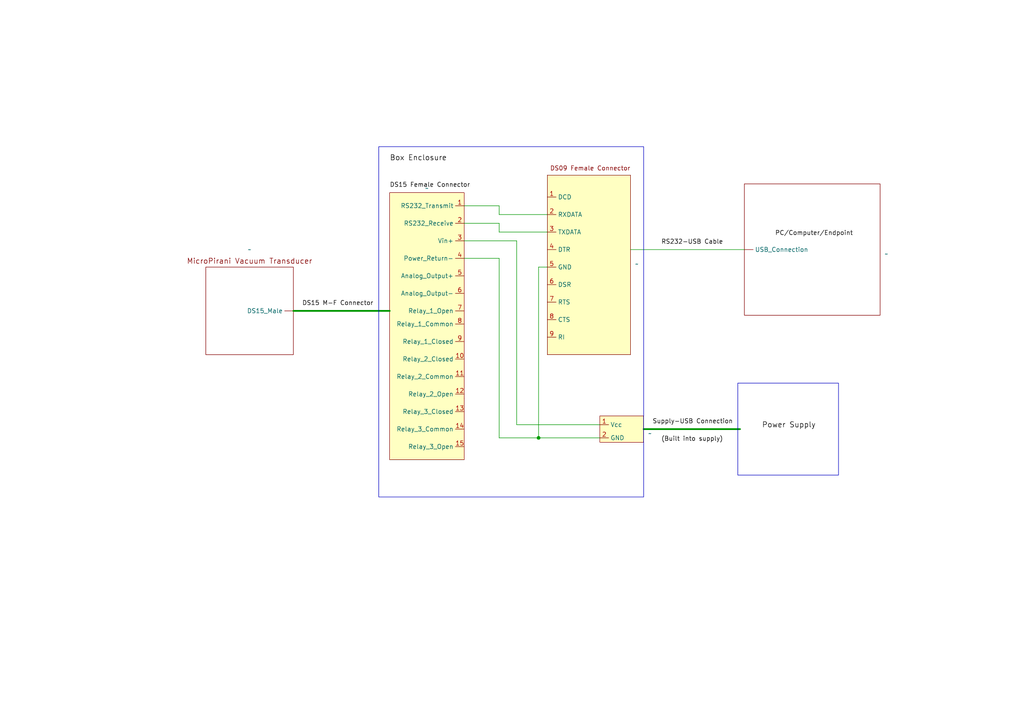
<source format=kicad_sch>
(kicad_sch
	(version 20231120)
	(generator "eeschema")
	(generator_version "8.0")
	(uuid "b4aa65da-b109-45c5-9ef4-bac5301e83a8")
	(paper "A4")
	(title_block
		(title "Pressure Gauge Connections")
		(date "2025-02-04")
		(rev "1.0")
		(company "Ella Majkic")
	)
	(lib_symbols
		(symbol "Gauge_System:DS09_Female_Connector"
			(exclude_from_sim no)
			(in_bom yes)
			(on_board yes)
			(property "Reference" "U"
				(at 0 0 0)
				(effects
					(font
						(size 1.27 1.27)
					)
				)
			)
			(property "Value" ""
				(at 0 0 0)
				(effects
					(font
						(size 1.27 1.27)
					)
				)
			)
			(property "Footprint" ""
				(at 0 0 0)
				(effects
					(font
						(size 1.27 1.27)
					)
					(hide yes)
				)
			)
			(property "Datasheet" ""
				(at 0 0 0)
				(effects
					(font
						(size 1.27 1.27)
					)
					(hide yes)
				)
			)
			(property "Description" ""
				(at 0 0 0)
				(effects
					(font
						(size 1.27 1.27)
					)
					(hide yes)
				)
			)
			(symbol "DS09_Female_Connector_1_1"
				(rectangle
					(start -12.7 25.4)
					(end 11.43 -26.67)
					(stroke
						(width 0)
						(type default)
					)
					(fill
						(type background)
					)
				)
				(text "DS09 Female Connector\n"
					(at -0.254 27.432 0)
					(effects
						(font
							(size 1.27 1.27)
						)
					)
				)
				(pin input line
					(at -12.7 19.05 0)
					(length 2.54)
					(name "DCD"
						(effects
							(font
								(size 1.27 1.27)
							)
						)
					)
					(number "1"
						(effects
							(font
								(size 1.27 1.27)
							)
						)
					)
				)
				(pin input line
					(at -12.7 13.97 0)
					(length 2.54)
					(name "RXDATA"
						(effects
							(font
								(size 1.27 1.27)
							)
						)
					)
					(number "2"
						(effects
							(font
								(size 1.27 1.27)
							)
						)
					)
				)
				(pin output line
					(at -12.7 8.89 0)
					(length 2.54)
					(name "TXDATA"
						(effects
							(font
								(size 1.27 1.27)
							)
						)
					)
					(number "3"
						(effects
							(font
								(size 1.27 1.27)
							)
						)
					)
				)
				(pin output line
					(at -12.7 3.81 0)
					(length 2.54)
					(name "DTR"
						(effects
							(font
								(size 1.27 1.27)
							)
						)
					)
					(number "4"
						(effects
							(font
								(size 1.27 1.27)
							)
						)
					)
				)
				(pin passive line
					(at -12.7 -1.27 0)
					(length 2.54)
					(name "GND"
						(effects
							(font
								(size 1.27 1.27)
							)
						)
					)
					(number "5"
						(effects
							(font
								(size 1.27 1.27)
							)
						)
					)
				)
				(pin input line
					(at -12.7 -6.35 0)
					(length 2.54)
					(name "DSR"
						(effects
							(font
								(size 1.27 1.27)
							)
						)
					)
					(number "6"
						(effects
							(font
								(size 1.27 1.27)
							)
						)
					)
				)
				(pin output line
					(at -12.7 -11.43 0)
					(length 2.54)
					(name "RTS"
						(effects
							(font
								(size 1.27 1.27)
							)
						)
					)
					(number "7"
						(effects
							(font
								(size 1.27 1.27)
							)
						)
					)
				)
				(pin input line
					(at -12.7 -16.51 0)
					(length 2.54)
					(name "CTS"
						(effects
							(font
								(size 1.27 1.27)
							)
						)
					)
					(number "8"
						(effects
							(font
								(size 1.27 1.27)
							)
						)
					)
				)
				(pin input line
					(at -12.7 -21.59 0)
					(length 2.54)
					(name "RI"
						(effects
							(font
								(size 1.27 1.27)
							)
						)
					)
					(number "9"
						(effects
							(font
								(size 1.27 1.27)
							)
						)
					)
				)
			)
		)
		(symbol "Gauge_System:DS15_Female_Connector"
			(exclude_from_sim no)
			(in_bom yes)
			(on_board yes)
			(property "Reference" "DS15"
				(at 2.286 33.02 0)
				(effects
					(font
						(size 1.27 1.27)
					)
				)
			)
			(property "Value" ""
				(at 0 0 0)
				(effects
					(font
						(size 1.27 1.27)
					)
				)
			)
			(property "Footprint" ""
				(at 0 0 0)
				(effects
					(font
						(size 1.27 1.27)
					)
					(hide yes)
				)
			)
			(property "Datasheet" ""
				(at 0 0 0)
				(effects
					(font
						(size 1.27 1.27)
					)
					(hide yes)
				)
			)
			(property "Description" ""
				(at 0 0 0)
				(effects
					(font
						(size 1.27 1.27)
					)
					(hide yes)
				)
			)
			(symbol "DS15_Female_Connector_0_1"
				(rectangle
					(start 12.7 -27.94)
					(end 12.7 -27.94)
					(stroke
						(width 0)
						(type default)
					)
					(fill
						(type none)
					)
				)
			)
			(symbol "DS15_Female_Connector_1_1"
				(rectangle
					(start -8.89 31.75)
					(end 12.7 -45.72)
					(stroke
						(width 0)
						(type default)
					)
					(fill
						(type background)
					)
				)
				(pin output line
					(at 12.7 27.94 180)
					(length 2.54)
					(name "RS232_Transmit"
						(effects
							(font
								(size 1.27 1.27)
							)
						)
					)
					(number "1"
						(effects
							(font
								(size 1.27 1.27)
							)
						)
					)
				)
				(pin passive line
					(at 12.7 -16.51 180)
					(length 2.54)
					(name "Relay_2_Closed"
						(effects
							(font
								(size 1.27 1.27)
							)
						)
					)
					(number "10"
						(effects
							(font
								(size 1.27 1.27)
							)
						)
					)
				)
				(pin passive line
					(at 12.7 -21.59 180)
					(length 2.54)
					(name "Relay_2_Common"
						(effects
							(font
								(size 1.27 1.27)
							)
						)
					)
					(number "11"
						(effects
							(font
								(size 1.27 1.27)
							)
						)
					)
				)
				(pin passive line
					(at 12.7 -26.67 180)
					(length 2.54)
					(name "Relay_2_Open"
						(effects
							(font
								(size 1.27 1.27)
							)
						)
					)
					(number "12"
						(effects
							(font
								(size 1.27 1.27)
							)
						)
					)
				)
				(pin passive line
					(at 12.7 -31.75 180)
					(length 2.54)
					(name "Relay_3_Closed"
						(effects
							(font
								(size 1.27 1.27)
							)
						)
					)
					(number "13"
						(effects
							(font
								(size 1.27 1.27)
							)
						)
					)
				)
				(pin passive line
					(at 12.7 -36.83 180)
					(length 2.54)
					(name "Relay_3_Common"
						(effects
							(font
								(size 1.27 1.27)
							)
						)
					)
					(number "14"
						(effects
							(font
								(size 1.27 1.27)
							)
						)
					)
				)
				(pin passive line
					(at 12.7 -41.91 180)
					(length 2.54)
					(name "Relay_3_Open"
						(effects
							(font
								(size 1.27 1.27)
							)
						)
					)
					(number "15"
						(effects
							(font
								(size 1.27 1.27)
							)
						)
					)
				)
				(pin input line
					(at 12.7 22.86 180)
					(length 2.54)
					(name "RS232_Receive"
						(effects
							(font
								(size 1.27 1.27)
							)
						)
					)
					(number "2"
						(effects
							(font
								(size 1.27 1.27)
							)
						)
					)
				)
				(pin input line
					(at 12.7 17.78 180)
					(length 2.54)
					(name "Vin+"
						(effects
							(font
								(size 1.27 1.27)
							)
						)
					)
					(number "3"
						(effects
							(font
								(size 1.27 1.27)
							)
						)
					)
				)
				(pin output line
					(at 12.7 12.7 180)
					(length 2.54)
					(name "Power_Return-"
						(effects
							(font
								(size 1.27 1.27)
							)
						)
					)
					(number "4"
						(effects
							(font
								(size 1.27 1.27)
							)
						)
					)
				)
				(pin output line
					(at 12.7 7.62 180)
					(length 2.54)
					(name "Analog_Output+"
						(effects
							(font
								(size 1.27 1.27)
							)
						)
					)
					(number "5"
						(effects
							(font
								(size 1.27 1.27)
							)
						)
					)
				)
				(pin output line
					(at 12.7 2.54 180)
					(length 2.54)
					(name "Analog_Output-"
						(effects
							(font
								(size 1.27 1.27)
							)
						)
					)
					(number "6"
						(effects
							(font
								(size 1.27 1.27)
							)
						)
					)
				)
				(pin passive line
					(at 12.7 -2.54 180)
					(length 2.54)
					(name "Relay_1_Open"
						(effects
							(font
								(size 1.27 1.27)
							)
						)
					)
					(number "7"
						(effects
							(font
								(size 1.27 1.27)
							)
						)
					)
				)
				(pin passive line
					(at 12.7 -6.35 180)
					(length 2.54)
					(name "Relay_1_Common"
						(effects
							(font
								(size 1.27 1.27)
							)
						)
					)
					(number "8"
						(effects
							(font
								(size 1.27 1.27)
							)
						)
					)
				)
				(pin passive line
					(at 12.7 -11.43 180)
					(length 2.54)
					(name "Relay_1_Closed"
						(effects
							(font
								(size 1.27 1.27)
							)
						)
					)
					(number "9"
						(effects
							(font
								(size 1.27 1.27)
							)
						)
					)
				)
			)
		)
		(symbol "Gauge_System:MicroPirani_Vacuum_Transducer"
			(exclude_from_sim no)
			(in_bom yes)
			(on_board yes)
			(property "Reference" "U"
				(at 0 0 0)
				(effects
					(font
						(size 1.27 1.27)
					)
				)
			)
			(property "Value" ""
				(at 0 0 0)
				(effects
					(font
						(size 1.27 1.27)
					)
				)
			)
			(property "Footprint" ""
				(at 0 0 0)
				(effects
					(font
						(size 1.27 1.27)
					)
					(hide yes)
				)
			)
			(property "Datasheet" ""
				(at 0 0 0)
				(effects
					(font
						(size 1.27 1.27)
					)
					(hide yes)
				)
			)
			(property "Description" ""
				(at 0 0 0)
				(effects
					(font
						(size 1.27 1.27)
					)
					(hide yes)
				)
			)
			(symbol "MicroPirani_Vacuum_Transducer_0_1"
				(rectangle
					(start -12.7 12.7)
					(end 12.7 -12.7)
					(stroke
						(width 0)
						(type default)
					)
					(fill
						(type none)
					)
				)
			)
			(symbol "MicroPirani_Vacuum_Transducer_1_1"
				(text "MicroPirani Vacuum Transducer"
					(at 0 14.478 0)
					(effects
						(font
							(size 1.524 1.524)
						)
					)
				)
				(pin output line
					(at 12.7 0 180)
					(length 2.54)
					(name "DS15_Male"
						(effects
							(font
								(size 1.27 1.27)
							)
						)
					)
					(number ""
						(effects
							(font
								(size 1.27 1.27)
							)
						)
					)
				)
			)
		)
		(symbol "Gauge_System:PC_usb"
			(exclude_from_sim no)
			(in_bom yes)
			(on_board yes)
			(property "Reference" "PC"
				(at 0 0 0)
				(effects
					(font
						(size 1.27 1.27)
					)
				)
			)
			(property "Value" ""
				(at 0 0 0)
				(effects
					(font
						(size 1.27 1.27)
					)
				)
			)
			(property "Footprint" ""
				(at 0 0 0)
				(effects
					(font
						(size 1.27 1.27)
					)
					(hide yes)
				)
			)
			(property "Datasheet" ""
				(at 0 0 0)
				(effects
					(font
						(size 1.27 1.27)
					)
					(hide yes)
				)
			)
			(property "Description" ""
				(at 0 0 0)
				(effects
					(font
						(size 1.27 1.27)
					)
					(hide yes)
				)
			)
			(symbol "PC_usb_0_1"
				(rectangle
					(start -19.05 19.05)
					(end 20.32 -19.05)
					(stroke
						(width 0)
						(type default)
					)
					(fill
						(type none)
					)
				)
			)
			(symbol "PC_usb_1_1"
				(pin input line
					(at -19.05 0 0)
					(length 2.54)
					(name "USB_Connection"
						(effects
							(font
								(size 1.27 1.27)
							)
						)
					)
					(number ""
						(effects
							(font
								(size 1.27 1.27)
							)
						)
					)
				)
			)
		)
		(symbol "Gauge_System:Power_Jack"
			(exclude_from_sim no)
			(in_bom yes)
			(on_board yes)
			(property "Reference" "U"
				(at 0 0 0)
				(effects
					(font
						(size 1.27 1.27)
					)
				)
			)
			(property "Value" ""
				(at 0 0 0)
				(effects
					(font
						(size 1.27 1.27)
					)
				)
			)
			(property "Footprint" ""
				(at 0 0 0)
				(effects
					(font
						(size 1.27 1.27)
					)
					(hide yes)
				)
			)
			(property "Datasheet" ""
				(at 0 0 0)
				(effects
					(font
						(size 1.27 1.27)
					)
					(hide yes)
				)
			)
			(property "Description" ""
				(at 0 0 0)
				(effects
					(font
						(size 1.27 1.27)
					)
					(hide yes)
				)
			)
			(symbol "Power_Jack_1_1"
				(rectangle
					(start -3.81 3.81)
					(end 8.89 -3.81)
					(stroke
						(width 0)
						(type default)
					)
					(fill
						(type background)
					)
				)
				(pin input line
					(at -3.81 1.27 0)
					(length 2.54)
					(name "Vcc"
						(effects
							(font
								(size 1.27 1.27)
							)
						)
					)
					(number "1"
						(effects
							(font
								(size 1.27 1.27)
							)
						)
					)
				)
				(pin input line
					(at -3.81 -2.54 0)
					(length 2.54)
					(name "GND"
						(effects
							(font
								(size 1.27 1.27)
							)
						)
					)
					(number "2"
						(effects
							(font
								(size 1.27 1.27)
							)
						)
					)
				)
			)
		)
	)
	(junction
		(at 156.21 127)
		(diameter 0)
		(color 0 0 0 0)
		(uuid "dbd59208-94be-44f7-9ae9-7f9f09ce60c7")
	)
	(wire
		(pts
			(xy 149.86 69.85) (xy 149.86 123.19)
		)
		(stroke
			(width 0)
			(type default)
		)
		(uuid "11b9d5ca-bfdf-4f6c-91c7-fe006fcdcae7")
	)
	(wire
		(pts
			(xy 156.21 77.47) (xy 158.75 77.47)
		)
		(stroke
			(width 0)
			(type default)
		)
		(uuid "133ac0a0-17f8-44df-883b-f783a87ef68e")
	)
	(wire
		(pts
			(xy 144.78 127) (xy 156.21 127)
		)
		(stroke
			(width 0)
			(type default)
		)
		(uuid "2926799e-19f2-4a49-bf4f-f85311eea462")
	)
	(wire
		(pts
			(xy 173.99 127) (xy 156.21 127)
		)
		(stroke
			(width 0)
			(type default)
		)
		(uuid "3069dce4-3d4a-4609-831b-7638366617ad")
	)
	(wire
		(pts
			(xy 156.21 127) (xy 156.21 77.47)
		)
		(stroke
			(width 0)
			(type default)
		)
		(uuid "470e790d-9b77-436b-8476-564df37f377d")
	)
	(wire
		(pts
			(xy 144.78 74.93) (xy 144.78 127)
		)
		(stroke
			(width 0)
			(type default)
		)
		(uuid "602507ef-3f11-4461-bb30-53346de8a157")
	)
	(wire
		(pts
			(xy 149.86 123.19) (xy 173.99 123.19)
		)
		(stroke
			(width 0)
			(type default)
		)
		(uuid "622a0afc-59ea-402d-8ddd-01bcd1b1615e")
	)
	(wire
		(pts
			(xy 134.62 69.85) (xy 149.86 69.85)
		)
		(stroke
			(width 0)
			(type default)
		)
		(uuid "70435b1b-8601-4f03-85c6-bb564d365443")
	)
	(wire
		(pts
			(xy 85.09 90.17) (xy 113.03 90.17)
		)
		(stroke
			(width 0.508)
			(type default)
		)
		(uuid "7cd16e7a-d764-4159-a650-fb5719f9d859")
	)
	(wire
		(pts
			(xy 158.75 67.31) (xy 144.78 67.31)
		)
		(stroke
			(width 0)
			(type default)
		)
		(uuid "8570f46a-f4aa-4e60-abfc-f2f532dd766f")
	)
	(wire
		(pts
			(xy 186.69 124.46) (xy 214.63 124.46)
		)
		(stroke
			(width 0.508)
			(type default)
		)
		(uuid "8739d32c-62d1-4292-b591-13302ecc2324")
	)
	(wire
		(pts
			(xy 144.78 67.31) (xy 144.78 64.77)
		)
		(stroke
			(width 0)
			(type default)
		)
		(uuid "91527494-24a7-4a51-b014-de882f0c0ad2")
	)
	(wire
		(pts
			(xy 134.62 74.93) (xy 144.78 74.93)
		)
		(stroke
			(width 0)
			(type default)
		)
		(uuid "ae59eb7d-8949-4898-942e-e5824e156372")
	)
	(wire
		(pts
			(xy 144.78 59.69) (xy 134.62 59.69)
		)
		(stroke
			(width 0)
			(type default)
		)
		(uuid "b205ebbd-83ae-46fa-8433-13d326241098")
	)
	(wire
		(pts
			(xy 158.75 62.23) (xy 144.78 62.23)
		)
		(stroke
			(width 0)
			(type default)
		)
		(uuid "d13cdb86-952b-4957-a7dc-7bb5a2f4c6c4")
	)
	(wire
		(pts
			(xy 182.88 72.39) (xy 215.9 72.39)
		)
		(stroke
			(width 0)
			(type default)
		)
		(uuid "d2de6c2a-228a-4215-947f-c64f73a0fe18")
	)
	(wire
		(pts
			(xy 144.78 64.77) (xy 134.62 64.77)
		)
		(stroke
			(width 0)
			(type default)
		)
		(uuid "e3282050-86e4-4864-b31f-8a34db0f72db")
	)
	(wire
		(pts
			(xy 144.78 62.23) (xy 144.78 59.69)
		)
		(stroke
			(width 0)
			(type default)
		)
		(uuid "e4c8d1f5-29d3-4430-a780-2a7c34ef190f")
	)
	(rectangle
		(start 109.855 42.545)
		(end 186.69 144.145)
		(stroke
			(width 0)
			(type default)
		)
		(fill
			(type none)
		)
		(uuid efb26c71-8d1e-401e-b29f-7d2617cb9109)
	)
	(rectangle
		(start 213.995 111.125)
		(end 243.205 137.795)
		(stroke
			(width 0)
			(type default)
		)
		(fill
			(type none)
		)
		(uuid ff896fe7-0460-4f2d-b3c7-c430e75ed1ca)
	)
	(label "Box Enclosure"
		(at 113.03 46.99 0)
		(effects
			(font
				(size 1.524 1.524)
			)
			(justify left bottom)
		)
		(uuid "42f3b61f-320b-4502-b71c-cd782eae5406")
	)
	(label "Power Supply"
		(at 220.98 124.46 0)
		(effects
			(font
				(size 1.524 1.524)
			)
			(justify left bottom)
		)
		(uuid "6e4a1894-cf77-4db1-993d-83514fcc062a")
	)
	(label "Supply-USB Connection "
		(at 189.23 123.19 0)
		(effects
			(font
				(size 1.27 1.27)
			)
			(justify left bottom)
		)
		(uuid "864ad750-860c-4169-9684-701a2000e478")
	)
	(label "DS15 Female Connector"
		(at 113.03 54.61 0)
		(effects
			(font
				(size 1.27 1.27)
			)
			(justify left bottom)
		)
		(uuid "9b399094-6c21-4fca-a4e5-3c7a1e6296ab")
	)
	(label "RS232-USB Cable"
		(at 191.77 71.12 0)
		(effects
			(font
				(size 1.27 1.27)
			)
			(justify left bottom)
		)
		(uuid "a0bccba9-e69c-43f4-b6b5-d2bf2a0072d6")
	)
	(label "(Built into supply)"
		(at 191.77 128.27 0)
		(effects
			(font
				(size 1.27 1.27)
			)
			(justify left bottom)
		)
		(uuid "d63e5f51-65c9-4c70-9695-181561f2cd80")
	)
	(label "PC{slash}Computer{slash}Endpoint"
		(at 224.79 68.58 0)
		(effects
			(font
				(size 1.27 1.27)
			)
			(justify left bottom)
		)
		(uuid "ec0005be-b1b1-4e9a-8d95-021945df5b42")
	)
	(label "DS15 M-F Connector"
		(at 87.63 88.9 0)
		(effects
			(font
				(size 1.27 1.27)
			)
			(justify left bottom)
		)
		(uuid "ee351e74-6bf8-400c-8600-ee43f376c899")
	)
	(symbol
		(lib_id "Gauge_System:Power_Jack")
		(at 177.8 124.46 0)
		(unit 1)
		(exclude_from_sim no)
		(in_bom yes)
		(on_board yes)
		(dnp no)
		(fields_autoplaced yes)
		(uuid "3d2a1c1e-03c7-419d-bc53-334e33476e21")
		(property "Reference" "U?"
			(at 187.96 123.8249 0)
			(effects
				(font
					(size 1.27 1.27)
				)
				(justify left)
				(hide yes)
			)
		)
		(property "Value" "~"
			(at 187.96 125.73 0)
			(effects
				(font
					(size 1.27 1.27)
				)
				(justify left)
			)
		)
		(property "Footprint" ""
			(at 177.8 124.46 0)
			(effects
				(font
					(size 1.27 1.27)
				)
				(hide yes)
			)
		)
		(property "Datasheet" ""
			(at 177.8 124.46 0)
			(effects
				(font
					(size 1.27 1.27)
				)
				(hide yes)
			)
		)
		(property "Description" ""
			(at 177.8 124.46 0)
			(effects
				(font
					(size 1.27 1.27)
				)
				(hide yes)
			)
		)
		(pin "2"
			(uuid "c22f7e7b-45b9-45ec-89e1-7b9eb5d43693")
		)
		(pin "1"
			(uuid "f4918175-ac34-4f82-97a5-73444a27c441")
		)
		(instances
			(project ""
				(path "/b4aa65da-b109-45c5-9ef4-bac5301e83a8"
					(reference "U?")
					(unit 1)
				)
			)
		)
	)
	(symbol
		(lib_id "Gauge_System:MicroPirani_Vacuum_Transducer")
		(at 72.39 90.17 0)
		(unit 1)
		(exclude_from_sim no)
		(in_bom yes)
		(on_board yes)
		(dnp no)
		(fields_autoplaced yes)
		(uuid "66549108-8b36-4db3-ad1a-b04ec96559ec")
		(property "Reference" "U?"
			(at 72.39 71.12 0)
			(effects
				(font
					(size 1.27 1.27)
				)
				(hide yes)
			)
		)
		(property "Value" "~"
			(at 72.39 72.39 0)
			(effects
				(font
					(size 1.27 1.27)
				)
			)
		)
		(property "Footprint" ""
			(at 72.39 90.17 0)
			(effects
				(font
					(size 1.27 1.27)
				)
				(hide yes)
			)
		)
		(property "Datasheet" ""
			(at 72.39 90.17 0)
			(effects
				(font
					(size 1.27 1.27)
				)
				(hide yes)
			)
		)
		(property "Description" ""
			(at 72.39 90.17 0)
			(effects
				(font
					(size 1.27 1.27)
				)
				(hide yes)
			)
		)
		(pin ""
			(uuid "9cabf06d-8dec-48f0-8616-ea1911ab6f83")
		)
		(instances
			(project ""
				(path "/b4aa65da-b109-45c5-9ef4-bac5301e83a8"
					(reference "U?")
					(unit 1)
				)
			)
		)
	)
	(symbol
		(lib_id "Gauge_System:PC_usb")
		(at 234.95 72.39 0)
		(unit 1)
		(exclude_from_sim no)
		(in_bom yes)
		(on_board yes)
		(dnp no)
		(fields_autoplaced yes)
		(uuid "7b0efd65-9efe-4e89-832f-13e9f8207286")
		(property "Reference" "PC?"
			(at 256.54 71.7549 0)
			(effects
				(font
					(size 1.27 1.27)
				)
				(justify left)
				(hide yes)
			)
		)
		(property "Value" "~"
			(at 256.54 73.66 0)
			(effects
				(font
					(size 1.27 1.27)
				)
				(justify left)
			)
		)
		(property "Footprint" ""
			(at 234.95 72.39 0)
			(effects
				(font
					(size 1.27 1.27)
				)
				(hide yes)
			)
		)
		(property "Datasheet" ""
			(at 234.95 72.39 0)
			(effects
				(font
					(size 1.27 1.27)
				)
				(hide yes)
			)
		)
		(property "Description" ""
			(at 234.95 72.39 0)
			(effects
				(font
					(size 1.27 1.27)
				)
				(hide yes)
			)
		)
		(pin ""
			(uuid "2076b749-d4f4-4006-bb07-4c7b8c319954")
		)
		(instances
			(project ""
				(path "/b4aa65da-b109-45c5-9ef4-bac5301e83a8"
					(reference "PC?")
					(unit 1)
				)
			)
		)
	)
	(symbol
		(lib_id "Gauge_System:DS09_Female_Connector")
		(at 171.45 76.2 0)
		(unit 1)
		(exclude_from_sim no)
		(in_bom yes)
		(on_board yes)
		(dnp no)
		(fields_autoplaced yes)
		(uuid "b85f4975-bc4f-49c2-bbd6-fa0cc35b80fa")
		(property "Reference" "U?"
			(at 184.15 74.6731 0)
			(effects
				(font
					(size 1.27 1.27)
				)
				(justify left)
				(hide yes)
			)
		)
		(property "Value" "~"
			(at 184.15 76.5782 0)
			(effects
				(font
					(size 1.27 1.27)
				)
				(justify left)
			)
		)
		(property "Footprint" ""
			(at 171.45 76.2 0)
			(effects
				(font
					(size 1.27 1.27)
				)
				(hide yes)
			)
		)
		(property "Datasheet" ""
			(at 171.45 76.2 0)
			(effects
				(font
					(size 1.27 1.27)
				)
				(hide yes)
			)
		)
		(property "Description" ""
			(at 171.45 76.2 0)
			(effects
				(font
					(size 1.27 1.27)
				)
				(hide yes)
			)
		)
		(pin "1"
			(uuid "bfbd12f3-ca86-4a99-aea0-ab6d209a9661")
		)
		(pin "3"
			(uuid "c2c83141-d572-4c05-bbbe-aed1eb4b1884")
		)
		(pin "7"
			(uuid "482589d0-2f41-4537-a214-db8de76be40b")
		)
		(pin "2"
			(uuid "4b10658a-0bf2-4ed4-b041-9761612c7a61")
		)
		(pin "9"
			(uuid "a3f18e5a-5bca-40ba-aeb4-8e0f05dfd074")
		)
		(pin "8"
			(uuid "cd5b4165-2892-44fa-940f-72764cb73d48")
		)
		(pin "6"
			(uuid "32f96bcb-0342-405d-b52e-41950cb3589e")
		)
		(pin "4"
			(uuid "9903331b-5964-4aa0-b9ad-41df8bdb8d16")
		)
		(pin "5"
			(uuid "1c51520a-9e1a-4fb4-a0fc-78e1c1f2f1c9")
		)
		(instances
			(project ""
				(path "/b4aa65da-b109-45c5-9ef4-bac5301e83a8"
					(reference "U?")
					(unit 1)
				)
			)
		)
	)
	(symbol
		(lib_id "Gauge_System:DS15_Female_Connector")
		(at 121.92 87.63 0)
		(unit 1)
		(exclude_from_sim no)
		(in_bom yes)
		(on_board yes)
		(dnp no)
		(fields_autoplaced yes)
		(uuid "ddc4ce7f-dd26-4166-9b39-461b33294739")
		(property "Reference" "DS15"
			(at 123.825 52.07 0)
			(effects
				(font
					(size 1.27 1.27)
				)
				(hide yes)
			)
		)
		(property "Value" "~"
			(at 123.825 54.61 0)
			(effects
				(font
					(size 1.27 1.27)
				)
			)
		)
		(property "Footprint" ""
			(at 121.92 87.63 0)
			(effects
				(font
					(size 1.27 1.27)
				)
				(hide yes)
			)
		)
		(property "Datasheet" ""
			(at 121.92 87.63 0)
			(effects
				(font
					(size 1.27 1.27)
				)
				(hide yes)
			)
		)
		(property "Description" ""
			(at 121.92 87.63 0)
			(effects
				(font
					(size 1.27 1.27)
				)
				(hide yes)
			)
		)
		(pin "2"
			(uuid "8a9cc4ae-aeb1-428f-9b23-4ccf36659678")
		)
		(pin "13"
			(uuid "fb85e336-58ae-4bf9-af37-e04e021e94a3")
		)
		(pin "9"
			(uuid "b49dfb2d-ba7a-44dd-9f28-8a1fae777834")
		)
		(pin "5"
			(uuid "00733ee8-3b93-41e7-ab23-9a791650e250")
		)
		(pin "6"
			(uuid "92c2c44f-416b-46e8-b654-f933505e3465")
		)
		(pin "1"
			(uuid "3a305b09-eba9-4586-b38d-b5f902c3832e")
		)
		(pin "12"
			(uuid "dc687a5b-6d86-4a5d-9089-674a88aecead")
		)
		(pin "8"
			(uuid "eab4ff04-9f95-4d21-ad83-a23a497c0e24")
		)
		(pin "10"
			(uuid "26099658-37d0-4dde-8a04-f6074bc95954")
		)
		(pin "15"
			(uuid "886e8f73-279a-447e-a8f1-f5ea8ef51160")
		)
		(pin "14"
			(uuid "380154c0-1639-43b3-947c-5a12b1ded8a3")
		)
		(pin "11"
			(uuid "f853539f-cb6b-405f-a3ab-617ef974dd56")
		)
		(pin "4"
			(uuid "d9317996-1590-4f2f-a4eb-4f8c6d402f33")
		)
		(pin "7"
			(uuid "e76b250a-01a2-4046-9466-b070cfff2431")
		)
		(pin "3"
			(uuid "6c4bae82-71b6-47a3-9ef8-ec0f6cea8240")
		)
		(instances
			(project ""
				(path "/b4aa65da-b109-45c5-9ef4-bac5301e83a8"
					(reference "DS15")
					(unit 1)
				)
			)
		)
	)
	(sheet_instances
		(path "/"
			(page "1")
		)
	)
)

</source>
